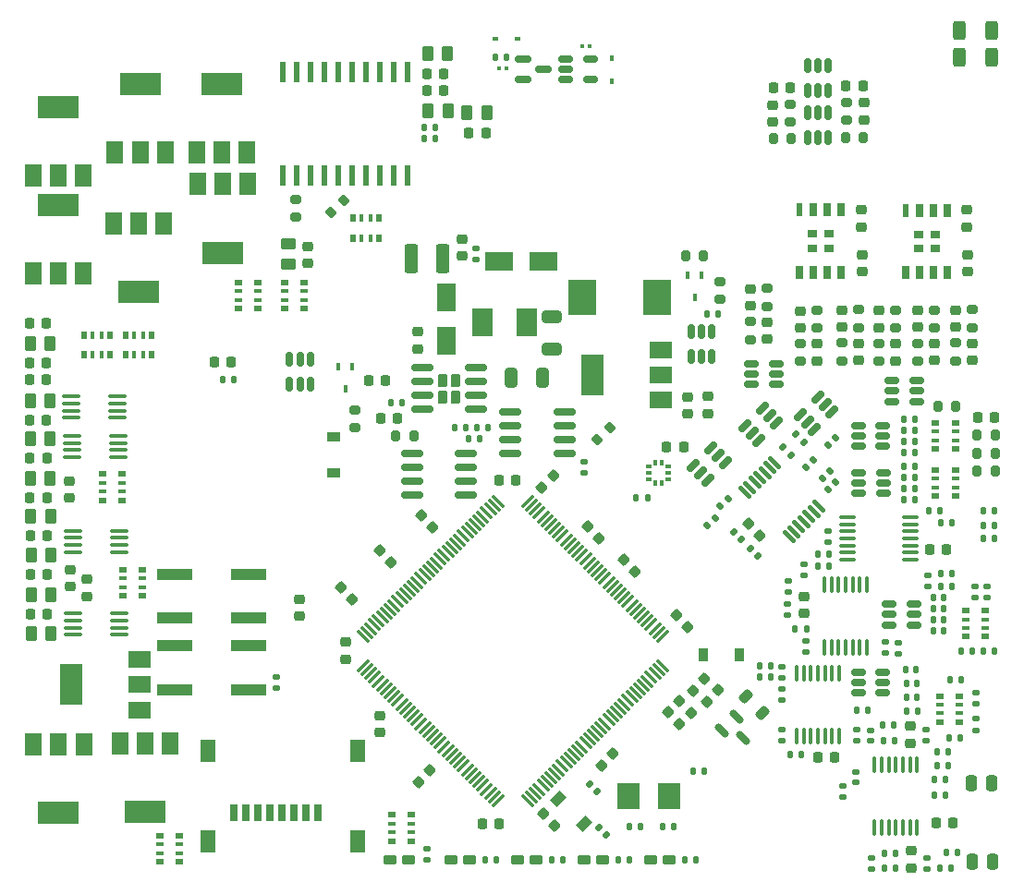
<source format=gbr>
%TF.GenerationSoftware,KiCad,Pcbnew,(6.0.1)*%
%TF.CreationDate,2023-04-04T00:05:00+01:00*%
%TF.ProjectId,polygonus-Shortage-Version,706f6c79-676f-46e7-9573-2d53686f7274,rev?*%
%TF.SameCoordinates,Original*%
%TF.FileFunction,Paste,Top*%
%TF.FilePolarity,Positive*%
%FSLAX46Y46*%
G04 Gerber Fmt 4.6, Leading zero omitted, Abs format (unit mm)*
G04 Created by KiCad (PCBNEW (6.0.1)) date 2023-04-04 00:05:00*
%MOMM*%
%LPD*%
G01*
G04 APERTURE LIST*
G04 Aperture macros list*
%AMRoundRect*
0 Rectangle with rounded corners*
0 $1 Rounding radius*
0 $2 $3 $4 $5 $6 $7 $8 $9 X,Y pos of 4 corners*
0 Add a 4 corners polygon primitive as box body*
4,1,4,$2,$3,$4,$5,$6,$7,$8,$9,$2,$3,0*
0 Add four circle primitives for the rounded corners*
1,1,$1+$1,$2,$3*
1,1,$1+$1,$4,$5*
1,1,$1+$1,$6,$7*
1,1,$1+$1,$8,$9*
0 Add four rect primitives between the rounded corners*
20,1,$1+$1,$2,$3,$4,$5,0*
20,1,$1+$1,$4,$5,$6,$7,0*
20,1,$1+$1,$6,$7,$8,$9,0*
20,1,$1+$1,$8,$9,$2,$3,0*%
%AMRotRect*
0 Rectangle, with rotation*
0 The origin of the aperture is its center*
0 $1 length*
0 $2 width*
0 $3 Rotation angle, in degrees counterclockwise*
0 Add horizontal line*
21,1,$1,$2,0,0,$3*%
G04 Aperture macros list end*
%ADD10RoundRect,0.225000X0.250000X-0.225000X0.250000X0.225000X-0.250000X0.225000X-0.250000X-0.225000X0*%
%ADD11RoundRect,0.135000X-0.135000X-0.185000X0.135000X-0.185000X0.135000X0.185000X-0.135000X0.185000X0*%
%ADD12RoundRect,0.135000X0.226274X0.035355X0.035355X0.226274X-0.226274X-0.035355X-0.035355X-0.226274X0*%
%ADD13RoundRect,0.100000X0.100000X-0.637500X0.100000X0.637500X-0.100000X0.637500X-0.100000X-0.637500X0*%
%ADD14RoundRect,0.100000X0.637500X0.100000X-0.637500X0.100000X-0.637500X-0.100000X0.637500X-0.100000X0*%
%ADD15R,0.650000X1.310000*%
%ADD16R,0.600000X1.310000*%
%ADD17R,0.900000X0.795000*%
%ADD18RoundRect,0.225000X-0.250000X0.225000X-0.250000X-0.225000X0.250000X-0.225000X0.250000X0.225000X0*%
%ADD19RoundRect,0.135000X-0.226274X-0.035355X-0.035355X-0.226274X0.226274X0.035355X0.035355X0.226274X0*%
%ADD20RoundRect,0.225000X-0.225000X-0.250000X0.225000X-0.250000X0.225000X0.250000X-0.225000X0.250000X0*%
%ADD21RoundRect,0.225000X0.017678X-0.335876X0.335876X-0.017678X-0.017678X0.335876X-0.335876X0.017678X0*%
%ADD22RoundRect,0.140000X-0.140000X-0.170000X0.140000X-0.170000X0.140000X0.170000X-0.140000X0.170000X0*%
%ADD23RoundRect,0.225000X0.335876X0.017678X0.017678X0.335876X-0.335876X-0.017678X-0.017678X-0.335876X0*%
%ADD24RoundRect,0.225000X-0.335876X-0.017678X-0.017678X-0.335876X0.335876X0.017678X0.017678X0.335876X0*%
%ADD25RoundRect,0.218750X0.424264X0.114905X0.114905X0.424264X-0.424264X-0.114905X-0.114905X-0.424264X0*%
%ADD26RoundRect,0.200000X0.200000X0.275000X-0.200000X0.275000X-0.200000X-0.275000X0.200000X-0.275000X0*%
%ADD27R,0.800000X0.500000*%
%ADD28R,0.800000X0.400000*%
%ADD29RoundRect,0.100000X0.521491X-0.380070X-0.380070X0.521491X-0.521491X0.380070X0.380070X-0.521491X0*%
%ADD30R,0.500000X0.800000*%
%ADD31R,0.400000X0.800000*%
%ADD32RoundRect,0.135000X0.135000X0.185000X-0.135000X0.185000X-0.135000X-0.185000X0.135000X-0.185000X0*%
%ADD33RoundRect,0.225000X0.225000X0.250000X-0.225000X0.250000X-0.225000X-0.250000X0.225000X-0.250000X0*%
%ADD34RoundRect,0.075000X0.521491X-0.415425X-0.415425X0.521491X-0.521491X0.415425X0.415425X-0.521491X0*%
%ADD35RoundRect,0.075000X0.521491X0.415425X0.415425X0.521491X-0.521491X-0.415425X-0.415425X-0.521491X0*%
%ADD36RoundRect,0.250000X-0.325000X-0.650000X0.325000X-0.650000X0.325000X0.650000X-0.325000X0.650000X0*%
%ADD37RoundRect,0.200000X-0.200000X-0.275000X0.200000X-0.275000X0.200000X0.275000X-0.200000X0.275000X0*%
%ADD38RoundRect,0.140000X0.140000X0.170000X-0.140000X0.170000X-0.140000X-0.170000X0.140000X-0.170000X0*%
%ADD39R,2.500000X1.800000*%
%ADD40RoundRect,0.250000X-0.262500X-0.450000X0.262500X-0.450000X0.262500X0.450000X-0.262500X0.450000X0*%
%ADD41RoundRect,0.100000X0.712500X0.100000X-0.712500X0.100000X-0.712500X-0.100000X0.712500X-0.100000X0*%
%ADD42RoundRect,0.212500X0.400000X0.212500X-0.400000X0.212500X-0.400000X-0.212500X0.400000X-0.212500X0*%
%ADD43RoundRect,0.135000X-0.185000X0.135000X-0.185000X-0.135000X0.185000X-0.135000X0.185000X0.135000X0*%
%ADD44RoundRect,0.200000X-0.275000X0.200000X-0.275000X-0.200000X0.275000X-0.200000X0.275000X0.200000X0*%
%ADD45RoundRect,0.200000X0.275000X-0.200000X0.275000X0.200000X-0.275000X0.200000X-0.275000X-0.200000X0*%
%ADD46R,1.200000X0.900000*%
%ADD47RoundRect,0.250000X0.312500X0.625000X-0.312500X0.625000X-0.312500X-0.625000X0.312500X-0.625000X0*%
%ADD48RoundRect,0.250000X-0.312500X-0.625000X0.312500X-0.625000X0.312500X0.625000X-0.312500X0.625000X0*%
%ADD49RoundRect,0.150000X0.150000X-0.512500X0.150000X0.512500X-0.150000X0.512500X-0.150000X-0.512500X0*%
%ADD50R,0.450000X0.700000*%
%ADD51RoundRect,0.135000X0.185000X-0.135000X0.185000X0.135000X-0.185000X0.135000X-0.185000X-0.135000X0*%
%ADD52R,2.500000X3.300000*%
%ADD53RoundRect,0.135000X-0.035355X0.226274X-0.226274X0.035355X0.035355X-0.226274X0.226274X-0.035355X0*%
%ADD54RoundRect,0.135000X0.035355X-0.226274X0.226274X-0.035355X-0.035355X0.226274X-0.226274X0.035355X0*%
%ADD55RoundRect,0.150000X0.512500X0.150000X-0.512500X0.150000X-0.512500X-0.150000X0.512500X-0.150000X0*%
%ADD56RoundRect,0.140000X-0.170000X0.140000X-0.170000X-0.140000X0.170000X-0.140000X0.170000X0.140000X0*%
%ADD57RoundRect,0.140000X0.170000X-0.140000X0.170000X0.140000X-0.170000X0.140000X-0.170000X-0.140000X0*%
%ADD58RoundRect,0.100000X-0.100000X0.637500X-0.100000X-0.637500X0.100000X-0.637500X0.100000X0.637500X0*%
%ADD59R,2.000000X1.500000*%
%ADD60R,2.000000X3.800000*%
%ADD61R,2.000000X2.400000*%
%ADD62RoundRect,0.230000X-0.230000X-0.375000X0.230000X-0.375000X0.230000X0.375000X-0.230000X0.375000X0*%
%ADD63RoundRect,0.150000X-0.825000X-0.150000X0.825000X-0.150000X0.825000X0.150000X-0.825000X0.150000X0*%
%ADD64R,1.800000X2.500000*%
%ADD65RoundRect,0.150000X-0.150000X0.512500X-0.150000X-0.512500X0.150000X-0.512500X0.150000X0.512500X0*%
%ADD66RoundRect,0.250000X0.375000X1.075000X-0.375000X1.075000X-0.375000X-1.075000X0.375000X-1.075000X0*%
%ADD67RoundRect,0.200000X-0.053033X0.335876X-0.335876X0.053033X0.053033X-0.335876X0.335876X-0.053033X0*%
%ADD68R,1.900000X2.500000*%
%ADD69RoundRect,0.250000X-0.650000X0.325000X-0.650000X-0.325000X0.650000X-0.325000X0.650000X0.325000X0*%
%ADD70RoundRect,0.250000X-0.250000X-0.475000X0.250000X-0.475000X0.250000X0.475000X-0.250000X0.475000X0*%
%ADD71R,0.800000X1.500000*%
%ADD72R,1.450000X2.000000*%
%ADD73RoundRect,0.250000X-0.450000X0.262500X-0.450000X-0.262500X0.450000X-0.262500X0.450000X0.262500X0*%
%ADD74RoundRect,0.150000X-0.521491X0.309359X0.309359X-0.521491X0.521491X-0.309359X-0.309359X0.521491X0*%
%ADD75RoundRect,0.100000X-0.100000X0.175000X-0.100000X-0.175000X0.100000X-0.175000X0.100000X0.175000X0*%
%ADD76RoundRect,0.100000X-0.175000X0.100000X-0.175000X-0.100000X0.175000X-0.100000X0.175000X0.100000X0*%
%ADD77R,3.200000X1.000000*%
%ADD78R,0.900000X1.200000*%
%ADD79RotRect,0.900000X1.200000X315.000000*%
%ADD80R,0.450000X0.600000*%
%ADD81RoundRect,0.150000X-0.512500X-0.150000X0.512500X-0.150000X0.512500X0.150000X-0.512500X0.150000X0*%
%ADD82R,1.500000X2.000000*%
%ADD83R,3.800000X2.000000*%
%ADD84RoundRect,0.150000X0.256326X0.468458X-0.468458X-0.256326X-0.256326X-0.468458X0.468458X0.256326X0*%
%ADD85R,0.550000X1.950000*%
%ADD86RoundRect,0.200000X0.053033X-0.335876X0.335876X-0.053033X-0.053033X0.335876X-0.335876X0.053033X0*%
%ADD87RoundRect,0.079500X-0.079500X-0.100500X0.079500X-0.100500X0.079500X0.100500X-0.079500X0.100500X0*%
%ADD88RoundRect,0.150000X-0.587500X-0.150000X0.587500X-0.150000X0.587500X0.150000X-0.587500X0.150000X0*%
%ADD89R,0.600000X0.450000*%
%ADD90RoundRect,0.150000X0.825000X0.150000X-0.825000X0.150000X-0.825000X-0.150000X0.825000X-0.150000X0*%
%ADD91RoundRect,0.079500X0.079500X0.100500X-0.079500X0.100500X-0.079500X-0.100500X0.079500X-0.100500X0*%
G04 APERTURE END LIST*
D10*
%TO.C,C2*%
X140279326Y-82139052D03*
X140279326Y-80589052D03*
%TD*%
D11*
%TO.C,R76*%
X151406975Y-106610683D03*
X152426975Y-106610683D03*
%TD*%
%TO.C,R77*%
X151418194Y-105421414D03*
X152438194Y-105421414D03*
%TD*%
%TO.C,R78*%
X151395755Y-104030194D03*
X152415755Y-104030194D03*
%TD*%
D12*
%TO.C,R4*%
X116838124Y-133803124D03*
X116116876Y-133081876D03*
%TD*%
D13*
%TO.C,U19*%
X136816000Y-116556500D03*
X137466000Y-116556500D03*
X138116000Y-116556500D03*
X138766000Y-116556500D03*
X139416000Y-116556500D03*
X140066000Y-116556500D03*
X140716000Y-116556500D03*
X140716000Y-110831500D03*
X140066000Y-110831500D03*
X139416000Y-110831500D03*
X138766000Y-110831500D03*
X138116000Y-110831500D03*
X137466000Y-110831500D03*
X136816000Y-110831500D03*
%TD*%
D14*
%TO.C,U21*%
X144676500Y-108532000D03*
X144676500Y-107882000D03*
X144676500Y-107232000D03*
X144676500Y-106582000D03*
X144676500Y-105932000D03*
X144676500Y-105282000D03*
X144676500Y-104632000D03*
X138951500Y-104632000D03*
X138951500Y-105282000D03*
X138951500Y-105932000D03*
X138951500Y-106582000D03*
X138951500Y-107232000D03*
X138951500Y-107882000D03*
X138951500Y-108532000D03*
%TD*%
D15*
%TO.C,U1*%
X148090671Y-76525877D03*
X146820671Y-76525877D03*
X145550671Y-76525877D03*
D16*
X144280671Y-76525877D03*
D15*
X144280671Y-82215877D03*
X145550671Y-82215877D03*
X146820671Y-82215877D03*
X148090671Y-82215877D03*
D17*
X146935671Y-78708377D03*
X145435671Y-80033377D03*
X146935671Y-80033377D03*
X145435671Y-78708377D03*
%TD*%
D15*
%TO.C,U2*%
X138359142Y-76488011D03*
X137089142Y-76488011D03*
X135819142Y-76488011D03*
D16*
X134549142Y-76488011D03*
D15*
X134549142Y-82178011D03*
X135819142Y-82178011D03*
X137089142Y-82178011D03*
X138359142Y-82178011D03*
D17*
X137204142Y-79995511D03*
X135704142Y-78670511D03*
X135704142Y-79995511D03*
X137204142Y-78670511D03*
%TD*%
D18*
%TO.C,C3*%
X149815912Y-76489231D03*
X149815912Y-78039231D03*
%TD*%
D10*
%TO.C,C5*%
X149970368Y-82112502D03*
X149970368Y-80562502D03*
%TD*%
D18*
%TO.C,C9*%
X140172736Y-76472402D03*
X140172736Y-78022402D03*
%TD*%
D19*
%TO.C,R1*%
X115291376Y-129081376D03*
X116012624Y-129802624D03*
%TD*%
D20*
%TO.C,C46*%
X136213000Y-126648000D03*
X137763000Y-126648000D03*
%TD*%
D10*
%TO.C,C51*%
X134956000Y-113453000D03*
X134956000Y-111903000D03*
%TD*%
D20*
%TO.C,C56*%
X146470266Y-107582392D03*
X148020266Y-107582392D03*
%TD*%
D21*
%TO.C,C77*%
X110912992Y-101923008D03*
X112009008Y-100826992D03*
%TD*%
D22*
%TO.C,C74*%
X118982000Y-132998000D03*
X119942000Y-132998000D03*
%TD*%
D20*
%TO.C,C61*%
X107003000Y-101248000D03*
X108553000Y-101248000D03*
%TD*%
D23*
%TO.C,C64*%
X123566008Y-123640008D03*
X122469992Y-122543992D03*
%TD*%
%TO.C,C65*%
X124328008Y-114750008D03*
X123231992Y-113653992D03*
%TD*%
D24*
%TO.C,C66*%
X99863992Y-104509992D03*
X100960008Y-105606008D03*
%TD*%
D21*
%TO.C,C81*%
X124755992Y-120592008D03*
X125852008Y-119495992D03*
%TD*%
%TO.C,C82*%
X126025992Y-121608008D03*
X127122008Y-120511992D03*
%TD*%
D23*
%TO.C,C40*%
X130932008Y-106368008D03*
X129835992Y-105271992D03*
%TD*%
D25*
%TO.C,FB1*%
X131135301Y-122573301D03*
X129632699Y-121070699D03*
%TD*%
D11*
%TO.C,R75*%
X147478315Y-109819465D03*
X148498315Y-109819465D03*
%TD*%
%TO.C,R89*%
X124794000Y-127918000D03*
X125814000Y-127918000D03*
%TD*%
D26*
%TO.C,R39*%
X152479537Y-100370684D03*
X150829537Y-100370684D03*
%TD*%
%TO.C,R40*%
X152445878Y-98788732D03*
X150795878Y-98788732D03*
%TD*%
%TO.C,R41*%
X152457098Y-97128243D03*
X150807098Y-97128243D03*
%TD*%
%TO.C,R42*%
X148862000Y-94517000D03*
X147212000Y-94517000D03*
%TD*%
D27*
%TO.C,RN2*%
X149163074Y-123430926D03*
D28*
X149163074Y-122630926D03*
X149163074Y-121830926D03*
D27*
X149163074Y-121030926D03*
X147363074Y-121030926D03*
D28*
X147363074Y-121830926D03*
X147363074Y-122630926D03*
D27*
X147363074Y-123430926D03*
%TD*%
%TO.C,RN3*%
X151577709Y-115605074D03*
D28*
X151577709Y-114805074D03*
X151577709Y-114005074D03*
D27*
X151577709Y-113205074D03*
X149777709Y-113205074D03*
D28*
X149777709Y-114005074D03*
X149777709Y-114805074D03*
D27*
X149777709Y-115605074D03*
%TD*%
%TO.C,RN4*%
X148810000Y-102702000D03*
D28*
X148810000Y-101902000D03*
X148810000Y-101102000D03*
D27*
X148810000Y-100302000D03*
X147010000Y-100302000D03*
D28*
X147010000Y-101102000D03*
X147010000Y-101902000D03*
D27*
X147010000Y-102702000D03*
%TD*%
%TO.C,RN1*%
X148810000Y-98384000D03*
D28*
X148810000Y-97584000D03*
X148810000Y-96784000D03*
D27*
X148810000Y-95984000D03*
X147010000Y-95984000D03*
D28*
X147010000Y-96784000D03*
X147010000Y-97584000D03*
D27*
X147010000Y-98384000D03*
%TD*%
D29*
%TO.C,U15*%
X133569235Y-106428951D03*
X134028854Y-105969332D03*
X134488474Y-105509713D03*
X134948093Y-105050093D03*
X135407713Y-104590474D03*
X135867332Y-104130854D03*
X136326951Y-103671235D03*
X132278765Y-99623049D03*
X131819146Y-100082668D03*
X131359526Y-100542287D03*
X130899907Y-101001907D03*
X130440287Y-101461526D03*
X129980668Y-101921146D03*
X129521049Y-102380765D03*
%TD*%
D20*
%TO.C,C83*%
X80938462Y-90384858D03*
X82488462Y-90384858D03*
%TD*%
D11*
%TO.C,R98*%
X81676730Y-92033125D03*
X82696730Y-92033125D03*
%TD*%
D18*
%TO.C,C85*%
X89494413Y-79815297D03*
X89494413Y-81365297D03*
%TD*%
D20*
%TO.C,C86*%
X104247164Y-69398713D03*
X105797164Y-69398713D03*
%TD*%
D30*
%TO.C,RN11*%
X96026175Y-77253732D03*
D31*
X95226175Y-77253732D03*
X94426175Y-77253732D03*
D30*
X93626175Y-77253732D03*
X93626175Y-79053732D03*
D31*
X94426175Y-79053732D03*
X95226175Y-79053732D03*
D30*
X96026175Y-79053732D03*
%TD*%
D18*
%TO.C,C84*%
X126130133Y-93586905D03*
X126130133Y-95136905D03*
%TD*%
D32*
%TO.C,R97*%
X127084000Y-86008000D03*
X126064000Y-86008000D03*
%TD*%
D13*
%TO.C,U17*%
X134276000Y-124684500D03*
X134926000Y-124684500D03*
X135576000Y-124684500D03*
X136226000Y-124684500D03*
X136876000Y-124684500D03*
X137526000Y-124684500D03*
X138176000Y-124684500D03*
X138176000Y-118959500D03*
X137526000Y-118959500D03*
X136876000Y-118959500D03*
X136226000Y-118959500D03*
X135576000Y-118959500D03*
X134926000Y-118959500D03*
X134276000Y-118959500D03*
%TD*%
D24*
%TO.C,C67*%
X96053992Y-107710392D03*
X97150008Y-108806408D03*
%TD*%
D23*
%TO.C,C68*%
X119502008Y-109670008D03*
X118405992Y-108573992D03*
%TD*%
D18*
%TO.C,C69*%
X96094000Y-122825000D03*
X96094000Y-124375000D03*
%TD*%
D33*
%TO.C,C71*%
X107029000Y-132744000D03*
X105479000Y-132744000D03*
%TD*%
D10*
%TO.C,C73*%
X92919000Y-117644000D03*
X92919000Y-116094000D03*
%TD*%
D21*
%TO.C,C76*%
X116373992Y-127450008D03*
X117470008Y-126353992D03*
%TD*%
D34*
%TO.C,U26*%
X109628342Y-130644710D03*
X109981895Y-130291157D03*
X110335449Y-129937604D03*
X110689002Y-129584050D03*
X111042555Y-129230497D03*
X111396109Y-128876943D03*
X111749662Y-128523390D03*
X112103215Y-128169837D03*
X112456769Y-127816283D03*
X112810322Y-127462730D03*
X113163876Y-127109176D03*
X113517429Y-126755623D03*
X113870982Y-126402070D03*
X114224536Y-126048516D03*
X114578089Y-125694963D03*
X114931643Y-125341410D03*
X115285196Y-124987856D03*
X115638749Y-124634303D03*
X115992303Y-124280749D03*
X116345856Y-123927196D03*
X116699410Y-123573643D03*
X117052963Y-123220089D03*
X117406516Y-122866536D03*
X117760070Y-122512982D03*
X118113623Y-122159429D03*
X118467176Y-121805876D03*
X118820730Y-121452322D03*
X119174283Y-121098769D03*
X119527837Y-120745215D03*
X119881390Y-120391662D03*
X120234943Y-120038109D03*
X120588497Y-119684555D03*
X120942050Y-119331002D03*
X121295604Y-118977449D03*
X121649157Y-118623895D03*
X122002710Y-118270342D03*
D35*
X122002710Y-115565658D03*
X121649157Y-115212105D03*
X121295604Y-114858551D03*
X120942050Y-114504998D03*
X120588497Y-114151445D03*
X120234943Y-113797891D03*
X119881390Y-113444338D03*
X119527837Y-113090785D03*
X119174283Y-112737231D03*
X118820730Y-112383678D03*
X118467176Y-112030124D03*
X118113623Y-111676571D03*
X117760070Y-111323018D03*
X117406516Y-110969464D03*
X117052963Y-110615911D03*
X116699410Y-110262357D03*
X116345856Y-109908804D03*
X115992303Y-109555251D03*
X115638749Y-109201697D03*
X115285196Y-108848144D03*
X114931643Y-108494590D03*
X114578089Y-108141037D03*
X114224536Y-107787484D03*
X113870982Y-107433930D03*
X113517429Y-107080377D03*
X113163876Y-106726824D03*
X112810322Y-106373270D03*
X112456769Y-106019717D03*
X112103215Y-105666163D03*
X111749662Y-105312610D03*
X111396109Y-104959057D03*
X111042555Y-104605503D03*
X110689002Y-104251950D03*
X110335449Y-103898396D03*
X109981895Y-103544843D03*
X109628342Y-103191290D03*
D34*
X106923658Y-103191290D03*
X106570105Y-103544843D03*
X106216551Y-103898396D03*
X105862998Y-104251950D03*
X105509445Y-104605503D03*
X105155891Y-104959057D03*
X104802338Y-105312610D03*
X104448785Y-105666163D03*
X104095231Y-106019717D03*
X103741678Y-106373270D03*
X103388124Y-106726824D03*
X103034571Y-107080377D03*
X102681018Y-107433930D03*
X102327464Y-107787484D03*
X101973911Y-108141037D03*
X101620357Y-108494590D03*
X101266804Y-108848144D03*
X100913251Y-109201697D03*
X100559697Y-109555251D03*
X100206144Y-109908804D03*
X99852590Y-110262357D03*
X99499037Y-110615911D03*
X99145484Y-110969464D03*
X98791930Y-111323018D03*
X98438377Y-111676571D03*
X98084824Y-112030124D03*
X97731270Y-112383678D03*
X97377717Y-112737231D03*
X97024163Y-113090785D03*
X96670610Y-113444338D03*
X96317057Y-113797891D03*
X95963503Y-114151445D03*
X95609950Y-114504998D03*
X95256396Y-114858551D03*
X94902843Y-115212105D03*
X94549290Y-115565658D03*
D35*
X94549290Y-118270342D03*
X94902843Y-118623895D03*
X95256396Y-118977449D03*
X95609950Y-119331002D03*
X95963503Y-119684555D03*
X96317057Y-120038109D03*
X96670610Y-120391662D03*
X97024163Y-120745215D03*
X97377717Y-121098769D03*
X97731270Y-121452322D03*
X98084824Y-121805876D03*
X98438377Y-122159429D03*
X98791930Y-122512982D03*
X99145484Y-122866536D03*
X99499037Y-123220089D03*
X99852590Y-123573643D03*
X100206144Y-123927196D03*
X100559697Y-124280749D03*
X100913251Y-124634303D03*
X101266804Y-124987856D03*
X101620357Y-125341410D03*
X101973911Y-125694963D03*
X102327464Y-126048516D03*
X102681018Y-126402070D03*
X103034571Y-126755623D03*
X103388124Y-127109176D03*
X103741678Y-127462730D03*
X104095231Y-127816283D03*
X104448785Y-128169837D03*
X104802338Y-128523390D03*
X105155891Y-128876943D03*
X105509445Y-129230497D03*
X105862998Y-129584050D03*
X106216551Y-129937604D03*
X106570105Y-130291157D03*
X106923658Y-130644710D03*
%TD*%
D33*
%TO.C,C7*%
X96615000Y-92104000D03*
X95065000Y-92104000D03*
%TD*%
D36*
%TO.C,C12*%
X108081000Y-91850000D03*
X111031000Y-91850000D03*
%TD*%
D37*
%TO.C,R9*%
X124098000Y-80674000D03*
X125748000Y-80674000D03*
%TD*%
D38*
%TO.C,C75*%
X122990000Y-132998000D03*
X122030000Y-132998000D03*
%TD*%
D23*
%TO.C,C62*%
X116200008Y-106622008D03*
X115103992Y-105525992D03*
%TD*%
D27*
%TO.C,RN10*%
X77714751Y-136243729D03*
D28*
X77714751Y-135443729D03*
X77714751Y-134643729D03*
D27*
X77714751Y-133843729D03*
X75914751Y-133843729D03*
D28*
X75914751Y-134643729D03*
X75914751Y-135443729D03*
D27*
X75914751Y-136243729D03*
%TD*%
D30*
%TO.C,RN6*%
X72803547Y-89770414D03*
D31*
X73603547Y-89770414D03*
X74403547Y-89770414D03*
D30*
X75203547Y-89770414D03*
X75203547Y-87970414D03*
D31*
X74403547Y-87970414D03*
X73603547Y-87970414D03*
D30*
X72803547Y-87970414D03*
%TD*%
%TO.C,RN8*%
X68983013Y-89770414D03*
D31*
X69783013Y-89770414D03*
X70583013Y-89770414D03*
D30*
X71383013Y-89770414D03*
X71383013Y-87970414D03*
D31*
X70583013Y-87970414D03*
X69783013Y-87970414D03*
D30*
X68983013Y-87970414D03*
%TD*%
D10*
%TO.C,C4*%
X103587000Y-80687000D03*
X103587000Y-79137000D03*
%TD*%
D39*
%TO.C,D2*%
X107048000Y-81182000D03*
X111048000Y-81182000D03*
%TD*%
D27*
%TO.C,RN5*%
X89168921Y-85521111D03*
D28*
X89168921Y-84721111D03*
X89168921Y-83921111D03*
D27*
X89168921Y-83121111D03*
X87368921Y-83121111D03*
D28*
X87368921Y-83921111D03*
X87368921Y-84721111D03*
D27*
X87368921Y-85521111D03*
%TD*%
%TO.C,RN7*%
X84900059Y-85521111D03*
D28*
X84900059Y-84721111D03*
X84900059Y-83921111D03*
D27*
X84900059Y-83121111D03*
X83100059Y-83121111D03*
D28*
X83100059Y-83921111D03*
X83100059Y-84721111D03*
D27*
X83100059Y-85521111D03*
%TD*%
%TO.C,RN9*%
X97208197Y-131943853D03*
D28*
X97208197Y-132743853D03*
X97208197Y-133543853D03*
D27*
X97208197Y-134343853D03*
X99008197Y-134343853D03*
D28*
X99008197Y-133543853D03*
X99008197Y-132743853D03*
D27*
X99008197Y-131943853D03*
%TD*%
D10*
%TO.C,C91*%
X67693944Y-111022409D03*
X67693944Y-109472409D03*
%TD*%
D20*
%TO.C,C93*%
X64087605Y-113499835D03*
X65637605Y-113499835D03*
%TD*%
%TO.C,C94*%
X64087605Y-109926207D03*
X65637605Y-109926207D03*
%TD*%
D18*
%TO.C,C92*%
X69233852Y-110344871D03*
X69233852Y-111894871D03*
%TD*%
D20*
%TO.C,C95*%
X64074610Y-106378569D03*
X65624610Y-106378569D03*
%TD*%
%TO.C,C96*%
X64035625Y-102830930D03*
X65585625Y-102830930D03*
%TD*%
D10*
%TO.C,C97*%
X67647411Y-102854419D03*
X67647411Y-101304419D03*
%TD*%
D20*
%TO.C,C99*%
X64030925Y-99257302D03*
X65580925Y-99257302D03*
%TD*%
%TO.C,C100*%
X64004935Y-95722659D03*
X65554935Y-95722659D03*
%TD*%
%TO.C,C98*%
X63990668Y-86902919D03*
X65540668Y-86902919D03*
%TD*%
%TO.C,C101*%
X63996640Y-92072110D03*
X65546640Y-92072110D03*
%TD*%
%TO.C,C102*%
X63978945Y-90512709D03*
X65528945Y-90512709D03*
%TD*%
D40*
%TO.C,R108*%
X64145031Y-115280152D03*
X65970031Y-115280152D03*
%TD*%
%TO.C,R109*%
X64145031Y-111719518D03*
X65970031Y-111719518D03*
%TD*%
%TO.C,R110*%
X64132036Y-108158885D03*
X65957036Y-108158885D03*
%TD*%
%TO.C,R111*%
X64121890Y-104598252D03*
X65946890Y-104598252D03*
%TD*%
%TO.C,R112*%
X64082905Y-101050614D03*
X65907905Y-101050614D03*
%TD*%
%TO.C,R113*%
X64080056Y-97476986D03*
X65905056Y-97476986D03*
%TD*%
%TO.C,R114*%
X64069910Y-93943392D03*
X65894910Y-93943392D03*
%TD*%
%TO.C,R115*%
X64048093Y-88696231D03*
X65873093Y-88696231D03*
%TD*%
D41*
%TO.C,U42*%
X72243008Y-115432792D03*
X72243008Y-114782792D03*
X72243008Y-114132792D03*
X72243008Y-113482792D03*
X68018008Y-113482792D03*
X68018008Y-114132792D03*
X68018008Y-114782792D03*
X68018008Y-115432792D03*
%TD*%
%TO.C,U43*%
X72243008Y-107850203D03*
X72243008Y-107200203D03*
X72243008Y-106550203D03*
X72243008Y-105900203D03*
X68018008Y-105900203D03*
X68018008Y-106550203D03*
X68018008Y-107200203D03*
X68018008Y-107850203D03*
%TD*%
%TO.C,U44*%
X72157730Y-99145795D03*
X72157730Y-98495795D03*
X72157730Y-97845795D03*
X72157730Y-97195795D03*
X67932730Y-97195795D03*
X67932730Y-97845795D03*
X67932730Y-98495795D03*
X67932730Y-99145795D03*
%TD*%
%TO.C,U45*%
X72074073Y-95540053D03*
X72074073Y-94890053D03*
X72074073Y-94240053D03*
X72074073Y-93590053D03*
X67849073Y-93590053D03*
X67849073Y-94240053D03*
X67849073Y-94890053D03*
X67849073Y-95540053D03*
%TD*%
D42*
%TO.C,D9*%
X98684500Y-136046000D03*
X97059500Y-136046000D03*
%TD*%
D43*
%TO.C,R91*%
X100412000Y-135028000D03*
X100412000Y-136048000D03*
%TD*%
D27*
%TO.C,RN12*%
X74340463Y-111864298D03*
D28*
X74340463Y-111064298D03*
X74340463Y-110264298D03*
D27*
X74340463Y-109464298D03*
X72540463Y-109464298D03*
D28*
X72540463Y-110264298D03*
X72540463Y-111064298D03*
D27*
X72540463Y-111864298D03*
%TD*%
%TO.C,RN13*%
X70692447Y-100694240D03*
D28*
X70692447Y-101494240D03*
X70692447Y-102294240D03*
D27*
X70692447Y-103094240D03*
X72492447Y-103094240D03*
D28*
X72492447Y-102294240D03*
X72492447Y-101494240D03*
D27*
X72492447Y-100694240D03*
%TD*%
D10*
%TO.C,C28*%
X138445903Y-87221526D03*
X138445903Y-85671526D03*
%TD*%
%TO.C,C35*%
X131595940Y-88309373D03*
X131595940Y-86759373D03*
%TD*%
%TO.C,C30*%
X143368196Y-90313500D03*
X143368196Y-88763500D03*
%TD*%
%TO.C,C25*%
X148832828Y-87227287D03*
X148832828Y-85677287D03*
%TD*%
%TO.C,C31*%
X150356828Y-90275287D03*
X150356828Y-88725287D03*
%TD*%
%TO.C,C26*%
X145356632Y-87243294D03*
X145356632Y-85693294D03*
%TD*%
%TO.C,C32*%
X146880632Y-90291294D03*
X146880632Y-88741294D03*
%TD*%
%TO.C,C27*%
X134625131Y-87274915D03*
X134625131Y-85724915D03*
%TD*%
%TO.C,C33*%
X136157702Y-90313175D03*
X136157702Y-88763175D03*
%TD*%
D44*
%TO.C,R27*%
X139969903Y-85621526D03*
X139969903Y-87271526D03*
%TD*%
D45*
%TO.C,R33*%
X138445903Y-90319526D03*
X138445903Y-88669526D03*
%TD*%
D44*
%TO.C,R28*%
X131595940Y-83661373D03*
X131595940Y-85311373D03*
%TD*%
D45*
%TO.C,R34*%
X130071940Y-88359373D03*
X130071940Y-86709373D03*
%TD*%
D44*
%TO.C,R23*%
X143368196Y-85665500D03*
X143368196Y-87315500D03*
%TD*%
D45*
%TO.C,R29*%
X141844196Y-90363500D03*
X141844196Y-88713500D03*
%TD*%
D44*
%TO.C,R24*%
X150356828Y-85627287D03*
X150356828Y-87277287D03*
%TD*%
D45*
%TO.C,R30*%
X148832828Y-90325287D03*
X148832828Y-88675287D03*
%TD*%
D44*
%TO.C,R25*%
X146880632Y-85643294D03*
X146880632Y-87293294D03*
%TD*%
D45*
%TO.C,R31*%
X145356632Y-90341294D03*
X145356632Y-88691294D03*
%TD*%
D44*
%TO.C,R26*%
X136157702Y-85665175D03*
X136157702Y-87315175D03*
%TD*%
D20*
%TO.C,C41*%
X150879537Y-95467754D03*
X152429537Y-95467754D03*
%TD*%
D45*
%TO.C,R32*%
X134633702Y-90363175D03*
X134633702Y-88713175D03*
%TD*%
D10*
%TO.C,C24*%
X141844196Y-87265500D03*
X141844196Y-85715500D03*
%TD*%
%TO.C,C29*%
X130071940Y-85261373D03*
X130071940Y-83711373D03*
%TD*%
%TO.C,C34*%
X139969903Y-90269526D03*
X139969903Y-88719526D03*
%TD*%
D23*
%TO.C,C78*%
X93594008Y-112210008D03*
X92497992Y-111113992D03*
%TD*%
D21*
%TO.C,C72*%
X99609992Y-128974008D03*
X100706008Y-127877992D03*
%TD*%
D46*
%TO.C,D14*%
X91873462Y-100575405D03*
X91873462Y-97275405D03*
%TD*%
D47*
%TO.C,F2*%
X152110448Y-60060439D03*
X149185448Y-60060439D03*
%TD*%
D48*
%TO.C,F1*%
X149185448Y-62483854D03*
X152110448Y-62483854D03*
%TD*%
D42*
%TO.C,D10*%
X104272500Y-136046000D03*
X102647500Y-136046000D03*
%TD*%
%TO.C,D11*%
X110368500Y-136046000D03*
X108743500Y-136046000D03*
%TD*%
%TO.C,D12*%
X116464500Y-136046000D03*
X114839500Y-136046000D03*
%TD*%
%TO.C,D13*%
X122560500Y-136046000D03*
X120935500Y-136046000D03*
%TD*%
D32*
%TO.C,R92*%
X106764000Y-136046000D03*
X105744000Y-136046000D03*
%TD*%
%TO.C,R93*%
X112860000Y-136046000D03*
X111840000Y-136046000D03*
%TD*%
%TO.C,R94*%
X118956000Y-136046000D03*
X117936000Y-136046000D03*
%TD*%
%TO.C,R95*%
X125052000Y-136046000D03*
X124032000Y-136046000D03*
%TD*%
D49*
%TO.C,U27*%
X87825201Y-92475917D03*
X88775201Y-92475917D03*
X89725201Y-92475917D03*
X89725201Y-90200917D03*
X88775201Y-90200917D03*
X87825201Y-90200917D03*
%TD*%
D50*
%TO.C,D4*%
X125573000Y-82468000D03*
X124273000Y-82468000D03*
X124923000Y-84468000D03*
%TD*%
D51*
%TO.C,R90*%
X86569000Y-120300000D03*
X86569000Y-119280000D03*
%TD*%
D10*
%TO.C,C79*%
X88728000Y-113707000D03*
X88728000Y-112157000D03*
%TD*%
D52*
%TO.C,D1*%
X114665000Y-84484000D03*
X121465000Y-84484000D03*
%TD*%
D38*
%TO.C,C47*%
X145326731Y-122432877D03*
X144366731Y-122432877D03*
%TD*%
%TO.C,C48*%
X145289333Y-121165643D03*
X144329333Y-121165643D03*
%TD*%
%TO.C,C49*%
X145289333Y-119916537D03*
X144329333Y-119916537D03*
%TD*%
%TO.C,C50*%
X145224535Y-118648731D03*
X144264535Y-118648731D03*
%TD*%
%TO.C,C52*%
X147727414Y-115087709D03*
X146767414Y-115087709D03*
%TD*%
%TO.C,C53*%
X147727414Y-114071709D03*
X146767414Y-114071709D03*
%TD*%
%TO.C,C54*%
X147727414Y-113055709D03*
X146767414Y-113055709D03*
%TD*%
%TO.C,C55*%
X147727414Y-112039709D03*
X146767414Y-112039709D03*
%TD*%
%TO.C,C57*%
X145088000Y-103026000D03*
X144128000Y-103026000D03*
%TD*%
%TO.C,C58*%
X145088000Y-102010000D03*
X144128000Y-102010000D03*
%TD*%
%TO.C,C59*%
X145088000Y-100994000D03*
X144128000Y-100994000D03*
%TD*%
%TO.C,C60*%
X145088000Y-99978000D03*
X144128000Y-99978000D03*
%TD*%
%TO.C,C42*%
X145088000Y-98708000D03*
X144128000Y-98708000D03*
%TD*%
%TO.C,C43*%
X145088000Y-97692000D03*
X144128000Y-97692000D03*
%TD*%
%TO.C,C44*%
X145088000Y-96676000D03*
X144128000Y-96676000D03*
%TD*%
%TO.C,C45*%
X145088000Y-95660000D03*
X144128000Y-95660000D03*
%TD*%
D43*
%TO.C,R56*%
X139782000Y-124106000D03*
X139782000Y-125126000D03*
%TD*%
D11*
%TO.C,R57*%
X130890000Y-118266000D03*
X131910000Y-118266000D03*
%TD*%
D43*
%TO.C,R59*%
X132924000Y-124106000D03*
X132924000Y-125126000D03*
%TD*%
D32*
%TO.C,R60*%
X140800000Y-122330000D03*
X139780000Y-122330000D03*
%TD*%
%TO.C,R61*%
X131910000Y-119282000D03*
X130890000Y-119282000D03*
%TD*%
D51*
%TO.C,R62*%
X132924000Y-121443000D03*
X132924000Y-120423000D03*
%TD*%
D43*
%TO.C,R68*%
X142446249Y-116104831D03*
X142446249Y-117124831D03*
%TD*%
D51*
%TO.C,R69*%
X133486083Y-111523977D03*
X133486083Y-110503977D03*
%TD*%
D43*
%TO.C,R70*%
X134946598Y-108930464D03*
X134946598Y-109950464D03*
%TD*%
D11*
%TO.C,R71*%
X134146812Y-114858976D03*
X135166812Y-114858976D03*
%TD*%
D51*
%TO.C,R72*%
X143624298Y-117141660D03*
X143624298Y-116121660D03*
%TD*%
%TO.C,R73*%
X133467834Y-113604421D03*
X133467834Y-112584421D03*
%TD*%
D32*
%TO.C,R74*%
X137244000Y-109122000D03*
X136224000Y-109122000D03*
%TD*%
D51*
%TO.C,R79*%
X146264779Y-110984586D03*
X146264779Y-109964586D03*
%TD*%
D32*
%TO.C,R80*%
X147404000Y-104042000D03*
X146384000Y-104042000D03*
%TD*%
D19*
%TO.C,R81*%
X130023376Y-107491376D03*
X130744624Y-108212624D03*
%TD*%
D11*
%TO.C,R82*%
X136233643Y-107994423D03*
X137253643Y-107994423D03*
%TD*%
D32*
%TO.C,R83*%
X148491366Y-110968245D03*
X147471366Y-110968245D03*
%TD*%
%TO.C,R84*%
X148518193Y-105125318D03*
X147498193Y-105125318D03*
%TD*%
D19*
%TO.C,R85*%
X128499376Y-105967376D03*
X129220624Y-106688624D03*
%TD*%
D43*
%TO.C,R86*%
X137181853Y-105926157D03*
X137181853Y-106946157D03*
%TD*%
D53*
%TO.C,R43*%
X135824624Y-99363376D03*
X135103376Y-100084624D03*
%TD*%
%TO.C,R44*%
X137348624Y-100379376D03*
X136627376Y-101100624D03*
%TD*%
D19*
%TO.C,R45*%
X133006593Y-98239818D03*
X133727841Y-98961066D03*
%TD*%
D54*
%TO.C,R46*%
X127269517Y-103671077D03*
X127990765Y-102949829D03*
%TD*%
D53*
%TO.C,R47*%
X137856624Y-97331376D03*
X137135376Y-98052624D03*
%TD*%
D54*
%TO.C,R48*%
X137135376Y-102116624D03*
X137856624Y-101395376D03*
%TD*%
%TO.C,R50*%
X126101602Y-105418625D03*
X126822850Y-104697377D03*
%TD*%
D11*
%TO.C,R63*%
X151388198Y-116951416D03*
X152408198Y-116951416D03*
%TD*%
D32*
%TO.C,R54*%
X149382096Y-119568732D03*
X148362096Y-119568732D03*
%TD*%
D51*
%TO.C,R66*%
X151681365Y-111987512D03*
X151681365Y-110967512D03*
%TD*%
%TO.C,R65*%
X150626730Y-111979383D03*
X150626730Y-110959383D03*
%TD*%
D32*
%TO.C,R64*%
X150355026Y-116934587D03*
X149335026Y-116934587D03*
%TD*%
D51*
%TO.C,R53*%
X150723317Y-121772879D03*
X150723317Y-120752879D03*
%TD*%
D43*
%TO.C,R52*%
X150712097Y-123142636D03*
X150712097Y-124162636D03*
%TD*%
D32*
%TO.C,R51*%
X149258682Y-124920442D03*
X148238682Y-124920442D03*
%TD*%
D55*
%TO.C,U18*%
X142189500Y-120740000D03*
X142189500Y-119790000D03*
X142189500Y-118840000D03*
X139914500Y-118840000D03*
X139914500Y-119790000D03*
X139914500Y-120740000D03*
%TD*%
%TO.C,U20*%
X145014237Y-114518731D03*
X145014237Y-113568731D03*
X145014237Y-112618731D03*
X142739237Y-112618731D03*
X142739237Y-113568731D03*
X142739237Y-114518731D03*
%TD*%
%TO.C,U22*%
X142243517Y-102469472D03*
X142243517Y-101519472D03*
X142243517Y-100569472D03*
X139968517Y-100569472D03*
X139968517Y-101519472D03*
X139968517Y-102469472D03*
%TD*%
%TO.C,U16*%
X142189500Y-98134000D03*
X142189500Y-97184000D03*
X142189500Y-96234000D03*
X139914500Y-96234000D03*
X139914500Y-97184000D03*
X139914500Y-98134000D03*
%TD*%
D51*
%TO.C,R58*%
X132924000Y-119411000D03*
X132924000Y-118391000D03*
%TD*%
D19*
%TO.C,R49*%
X134224032Y-97059504D03*
X134945280Y-97780752D03*
%TD*%
D43*
%TO.C,R67*%
X135090634Y-115987026D03*
X135090634Y-117007026D03*
%TD*%
D11*
%TO.C,R55*%
X133684000Y-126394000D03*
X134704000Y-126394000D03*
%TD*%
D56*
%TO.C,C20*%
X141020875Y-124184340D03*
X141020875Y-125144340D03*
%TD*%
D57*
%TO.C,C21*%
X141124942Y-136882551D03*
X141124942Y-135922551D03*
%TD*%
D11*
%TO.C,R19*%
X142182584Y-123699462D03*
X143202584Y-123699462D03*
%TD*%
%TO.C,R20*%
X142282910Y-136843852D03*
X143302910Y-136843852D03*
%TD*%
%TO.C,R21*%
X142272340Y-125124340D03*
X143292340Y-125124340D03*
%TD*%
%TO.C,R22*%
X142305349Y-135482551D03*
X143325349Y-135482551D03*
%TD*%
D58*
%TO.C,U7*%
X145316976Y-127343060D03*
X144666976Y-127343060D03*
X144016976Y-127343060D03*
X143366976Y-127343060D03*
X142716976Y-127343060D03*
X142066976Y-127343060D03*
X141416976Y-127343060D03*
X141416976Y-133068060D03*
X142066976Y-133068060D03*
X142716976Y-133068060D03*
X143366976Y-133068060D03*
X144016976Y-133068060D03*
X144666976Y-133068060D03*
X145316976Y-133068060D03*
%TD*%
D18*
%TO.C,C14*%
X124288000Y-93615000D03*
X124288000Y-95165000D03*
%TD*%
D51*
%TO.C,R2*%
X104857000Y-81057000D03*
X104857000Y-80037000D03*
%TD*%
D59*
%TO.C,U6*%
X121850000Y-93896000D03*
D60*
X115550000Y-91596000D03*
D59*
X121850000Y-91596000D03*
X121850000Y-89296000D03*
%TD*%
D61*
%TO.C,Y1*%
X118858007Y-130183893D03*
X122558007Y-130183893D03*
%TD*%
D33*
%TO.C,C8*%
X97693333Y-95620449D03*
X96143333Y-95620449D03*
%TD*%
D10*
%TO.C,C10*%
X99523000Y-89196000D03*
X99523000Y-87646000D03*
%TD*%
D32*
%TO.C,R3*%
X98128000Y-94136000D03*
X97108000Y-94136000D03*
%TD*%
D11*
%TO.C,R6*%
X104982000Y-96422000D03*
X106002000Y-96422000D03*
%TD*%
D62*
%TO.C,U3*%
X101874000Y-93616000D03*
X103014000Y-93616000D03*
X103014000Y-92116000D03*
X101874000Y-92116000D03*
D63*
X99969000Y-90961000D03*
X99969000Y-92231000D03*
X99969000Y-93501000D03*
X99969000Y-94771000D03*
X104919000Y-94771000D03*
X104919000Y-93501000D03*
X104919000Y-92231000D03*
X104919000Y-90961000D03*
%TD*%
D64*
%TO.C,D3*%
X102190000Y-88516000D03*
X102190000Y-84516000D03*
%TD*%
D32*
%TO.C,R5*%
X103970000Y-96422000D03*
X102950000Y-96422000D03*
%TD*%
D65*
%TO.C,D15*%
X126508000Y-87664500D03*
X125558000Y-87664500D03*
X124608000Y-87664500D03*
X124608000Y-89939500D03*
X125558000Y-89939500D03*
X126508000Y-89939500D03*
%TD*%
D38*
%TO.C,C11*%
X105210000Y-97438000D03*
X104250000Y-97438000D03*
%TD*%
D66*
%TO.C,L1*%
X101812000Y-80928000D03*
X99012000Y-80928000D03*
%TD*%
D11*
%TO.C,R99*%
X100159511Y-68932193D03*
X101179511Y-68932193D03*
%TD*%
D67*
%TO.C,R102*%
X92772741Y-75574419D03*
X91606015Y-76741145D03*
%TD*%
D11*
%TO.C,R100*%
X100165483Y-69959848D03*
X101185483Y-69959848D03*
%TD*%
D44*
%TO.C,R101*%
X88429259Y-75501354D03*
X88429259Y-77151354D03*
%TD*%
D68*
%TO.C,L2*%
X105474000Y-86770000D03*
X109574000Y-86770000D03*
%TD*%
D69*
%TO.C,C13*%
X111842000Y-86311000D03*
X111842000Y-89261000D03*
%TD*%
D70*
%TO.C,C16*%
X150254535Y-129027511D03*
X152154535Y-129027511D03*
%TD*%
D18*
%TO.C,C18*%
X144689658Y-123799584D03*
X144689658Y-125349584D03*
%TD*%
%TO.C,C19*%
X144746610Y-135238208D03*
X144746610Y-136788208D03*
%TD*%
D56*
%TO.C,C22*%
X139678922Y-128023362D03*
X139678922Y-128983362D03*
%TD*%
%TO.C,C23*%
X138498996Y-129325667D03*
X138498996Y-130285667D03*
%TD*%
D70*
%TO.C,C17*%
X150339903Y-136261658D03*
X152239903Y-136261658D03*
%TD*%
D43*
%TO.C,R17*%
X146132000Y-124106000D03*
X146132000Y-125126000D03*
%TD*%
D51*
%TO.C,R18*%
X146244782Y-136916291D03*
X146244782Y-135896291D03*
%TD*%
D11*
%TO.C,R13*%
X147139169Y-127433614D03*
X148159169Y-127433614D03*
%TD*%
%TO.C,R14*%
X147959986Y-135385315D03*
X148979986Y-135385315D03*
%TD*%
%TO.C,R15*%
X147146000Y-126140000D03*
X148166000Y-126140000D03*
%TD*%
%TO.C,R16*%
X147376571Y-136836373D03*
X148396571Y-136836373D03*
%TD*%
D33*
%TO.C,C15*%
X148598071Y-132660193D03*
X147048071Y-132660193D03*
%TD*%
D11*
%TO.C,R12*%
X146893560Y-130120193D03*
X147913560Y-130120193D03*
%TD*%
%TO.C,R11*%
X146892000Y-128680000D03*
X147912000Y-128680000D03*
%TD*%
D71*
%TO.C,J10*%
X90404000Y-131754000D03*
X89304000Y-131754000D03*
X88204000Y-131754000D03*
X87104000Y-131754000D03*
X86004000Y-131754000D03*
X84904000Y-131754000D03*
X83804000Y-131754000D03*
X82704000Y-131754000D03*
D72*
X94079000Y-126054000D03*
X80329000Y-134354000D03*
X80329000Y-126054000D03*
X94079000Y-134354000D03*
%TD*%
D50*
%TO.C,D5*%
X93569000Y-90850000D03*
X92269000Y-90850000D03*
X92919000Y-92850000D03*
%TD*%
D45*
%TO.C,R10*%
X93808000Y-96459500D03*
X93808000Y-94809500D03*
%TD*%
D73*
%TO.C,R103*%
X87681609Y-79580334D03*
X87681609Y-81405334D03*
%TD*%
D40*
%TO.C,R104*%
X104051187Y-67556670D03*
X105876187Y-67556670D03*
%TD*%
D74*
%TO.C,U23*%
X128741839Y-122900336D03*
X127398336Y-124243839D03*
X129395913Y-124897913D03*
%TD*%
D75*
%TO.C,U24*%
X121921000Y-99688000D03*
X121321000Y-99688000D03*
D76*
X120696000Y-100013000D03*
X120696000Y-100613000D03*
X120696000Y-101213000D03*
D75*
X121321000Y-101538000D03*
X121921000Y-101538000D03*
D76*
X122546000Y-101213000D03*
X122546000Y-100613000D03*
X122546000Y-100013000D03*
%TD*%
D24*
%TO.C,C70*%
X123549492Y-121527992D03*
X124645508Y-122624008D03*
%TD*%
D20*
%TO.C,C63*%
X122370000Y-98200000D03*
X123920000Y-98200000D03*
%TD*%
D43*
%TO.C,R87*%
X114763000Y-99595000D03*
X114763000Y-100615000D03*
%TD*%
D32*
%TO.C,R88*%
X120607000Y-102899000D03*
X119587000Y-102899000D03*
%TD*%
D77*
%TO.C,SW1*%
X84094314Y-109896544D03*
X77294314Y-109896544D03*
X77294314Y-113896544D03*
X84094314Y-113896544D03*
%TD*%
%TO.C,SW2*%
X84094314Y-120451148D03*
X77294314Y-120451148D03*
X77294314Y-116451148D03*
X84094314Y-116451148D03*
%TD*%
D78*
%TO.C,D7*%
X125686000Y-117250000D03*
X128986000Y-117250000D03*
%TD*%
D79*
%TO.C,D8*%
X112453274Y-130434274D03*
X114786726Y-132767726D03*
%TD*%
D24*
%TO.C,C80*%
X111039992Y-131814992D03*
X112136008Y-132911008D03*
%TD*%
D44*
%TO.C,R96*%
X127209000Y-83024000D03*
X127209000Y-84674000D03*
%TD*%
D37*
%TO.C,R35*%
X132123171Y-69972839D03*
X133773171Y-69972839D03*
%TD*%
D44*
%TO.C,R38*%
X138819950Y-66614579D03*
X138819950Y-68264579D03*
%TD*%
D80*
%TO.C,D17*%
X117385396Y-64700212D03*
X117385396Y-62600212D03*
%TD*%
D81*
%TO.C,U41*%
X113082255Y-62642088D03*
X113082255Y-63592088D03*
X113082255Y-64542088D03*
X115357255Y-64542088D03*
X115357255Y-62642088D03*
%TD*%
D65*
%TO.C,U13*%
X137171469Y-63249425D03*
X136221469Y-63249425D03*
X135271469Y-63249425D03*
X135271469Y-65524425D03*
X136221469Y-65524425D03*
X137171469Y-65524425D03*
%TD*%
D63*
%TO.C,U4*%
X108069271Y-94977180D03*
X108069271Y-96247180D03*
X108069271Y-97517180D03*
X108069271Y-98787180D03*
X113019271Y-98787180D03*
X113019271Y-97517180D03*
X113019271Y-96247180D03*
X113019271Y-94977180D03*
%TD*%
D33*
%TO.C,C38*%
X133692861Y-65274834D03*
X132142861Y-65274834D03*
%TD*%
D10*
%TO.C,C37*%
X140435558Y-68223089D03*
X140435558Y-66673089D03*
%TD*%
D82*
%TO.C,U29*%
X64331601Y-73342184D03*
X66631601Y-73342184D03*
X68931601Y-73342184D03*
D83*
X66631601Y-67042184D03*
%TD*%
D20*
%TO.C,C87*%
X100417460Y-65566485D03*
X101967460Y-65566485D03*
%TD*%
D84*
%TO.C,U9*%
X127760038Y-99660477D03*
X127088287Y-98988726D03*
X126416536Y-98316975D03*
X124807868Y-99925643D03*
X125479619Y-100597394D03*
X126151370Y-101269145D03*
%TD*%
D26*
%TO.C,R36*%
X140409324Y-69845443D03*
X138759324Y-69845443D03*
%TD*%
D40*
%TO.C,R106*%
X100474885Y-62116309D03*
X102299885Y-62116309D03*
%TD*%
D20*
%TO.C,C88*%
X100422161Y-63968098D03*
X101972161Y-63968098D03*
%TD*%
D82*
%TO.C,U28*%
X71831348Y-71236992D03*
X74131348Y-71236992D03*
X76431348Y-71236992D03*
D83*
X74131348Y-64936992D03*
%TD*%
D37*
%TO.C,R8*%
X97535675Y-97187439D03*
X99185675Y-97187439D03*
%TD*%
D65*
%TO.C,U14*%
X137195206Y-67541889D03*
X136245206Y-67541889D03*
X135295206Y-67541889D03*
X135295206Y-69816889D03*
X136245206Y-69816889D03*
X137195206Y-69816889D03*
%TD*%
D44*
%TO.C,R37*%
X133689382Y-66782510D03*
X133689382Y-68432510D03*
%TD*%
D20*
%TO.C,C39*%
X138782492Y-65105165D03*
X140332492Y-65105165D03*
%TD*%
D81*
%TO.C,U12*%
X142983624Y-92125814D03*
X142983624Y-93075814D03*
X142983624Y-94025814D03*
X145258624Y-94025814D03*
X145258624Y-93075814D03*
X145258624Y-92125814D03*
%TD*%
D85*
%TO.C,U40*%
X87190941Y-73322731D03*
X88460941Y-73322731D03*
X89730941Y-73322731D03*
X91000941Y-73322731D03*
X92270941Y-73322731D03*
X93540941Y-73322731D03*
X94810941Y-73322731D03*
X96080941Y-73322731D03*
X97350941Y-73322731D03*
X98620941Y-73322731D03*
X98620941Y-63822731D03*
X97350941Y-63822731D03*
X96080941Y-63822731D03*
X94810941Y-63822731D03*
X93540941Y-63822731D03*
X92270941Y-63822731D03*
X91000941Y-63822731D03*
X89730941Y-63822731D03*
X88460941Y-63822731D03*
X87190941Y-63822731D03*
%TD*%
D86*
%TO.C,R7*%
X116022822Y-97570260D03*
X117189548Y-96403534D03*
%TD*%
D87*
%TO.C,C90*%
X114614882Y-61451544D03*
X115304882Y-61451544D03*
%TD*%
D82*
%TO.C,U33*%
X64339148Y-82307405D03*
X66639148Y-82307405D03*
X68939148Y-82307405D03*
D83*
X66639148Y-76007405D03*
%TD*%
D40*
%TO.C,R105*%
X100494378Y-67359796D03*
X102319378Y-67359796D03*
%TD*%
D81*
%TO.C,U11*%
X130141000Y-90589066D03*
X130141000Y-91539066D03*
X130141000Y-92489066D03*
X132416000Y-92489066D03*
X132416000Y-91539066D03*
X132416000Y-90589066D03*
%TD*%
D82*
%TO.C,U35*%
X76313918Y-77710564D03*
X74013918Y-77710564D03*
X71713918Y-77710564D03*
D83*
X74013918Y-84010564D03*
%TD*%
D88*
%TO.C,IC1*%
X109211791Y-62647863D03*
X109211791Y-64547863D03*
X111086791Y-63597863D03*
%TD*%
D84*
%TO.C,U8*%
X137532100Y-94987757D03*
X136860349Y-94316006D03*
X136188598Y-93644255D03*
X134579930Y-95252923D03*
X135251681Y-95924674D03*
X135923432Y-96596425D03*
%TD*%
D82*
%TO.C,U34*%
X83997118Y-74102874D03*
X81697118Y-74102874D03*
X79397118Y-74102874D03*
D83*
X81697118Y-80402874D03*
%TD*%
D82*
%TO.C,U30*%
X79323547Y-71233219D03*
X81623547Y-71233219D03*
X83923547Y-71233219D03*
D83*
X81623547Y-64933219D03*
%TD*%
D82*
%TO.C,U37*%
X76913787Y-125373842D03*
X74613787Y-125373842D03*
X72313787Y-125373842D03*
D83*
X74613787Y-131673842D03*
%TD*%
D89*
%TO.C,D16*%
X106638877Y-60796117D03*
X108738877Y-60796117D03*
%TD*%
D84*
%TO.C,U10*%
X132451597Y-95981514D03*
X131779846Y-95309763D03*
X131108095Y-94638012D03*
X129499427Y-96246680D03*
X130171178Y-96918431D03*
X130842929Y-97590182D03*
%TD*%
D90*
%TO.C,U5*%
X103976722Y-102606272D03*
X103976722Y-101336272D03*
X103976722Y-100066272D03*
X103976722Y-98796272D03*
X99026722Y-98796272D03*
X99026722Y-100066272D03*
X99026722Y-101336272D03*
X99026722Y-102606272D03*
%TD*%
D59*
%TO.C,U36*%
X74072154Y-122311585D03*
X74072154Y-120011585D03*
X74072154Y-117711585D03*
D60*
X67772154Y-120011585D03*
%TD*%
D82*
%TO.C,U39*%
X68960840Y-125477802D03*
X66660840Y-125477802D03*
X64360840Y-125477802D03*
D83*
X66660840Y-131777802D03*
%TD*%
D10*
%TO.C,C36*%
X132036134Y-68403556D03*
X132036134Y-66853556D03*
%TD*%
D11*
%TO.C,R107*%
X106637935Y-62488741D03*
X107657935Y-62488741D03*
%TD*%
D91*
%TO.C,C89*%
X106977433Y-63464081D03*
X107667433Y-63464081D03*
%TD*%
M02*

</source>
